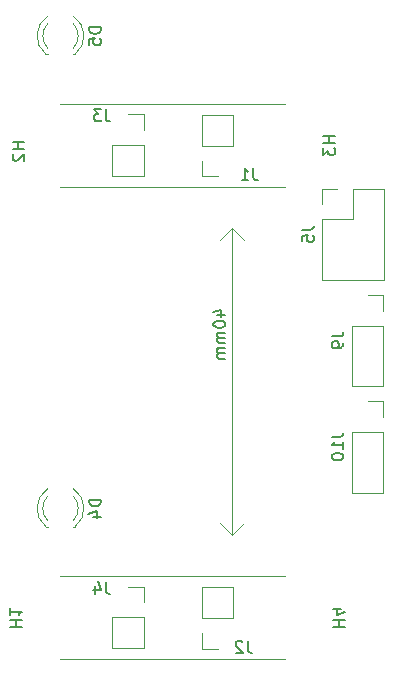
<source format=gbo>
G04 #@! TF.GenerationSoftware,KiCad,Pcbnew,(5.99.0-492-g30da2b31e)*
G04 #@! TF.CreationDate,2019-12-10T20:32:50+01:00*
G04 #@! TF.ProjectId,gabel,67616265-6c2e-46b6-9963-61645f706362,rev?*
G04 #@! TF.SameCoordinates,Original*
G04 #@! TF.FileFunction,Legend,Bot*
G04 #@! TF.FilePolarity,Positive*
%FSLAX46Y46*%
G04 Gerber Fmt 4.6, Leading zero omitted, Abs format (unit mm)*
G04 Created by KiCad (PCBNEW (5.99.0-492-g30da2b31e)) date 2019-12-10 20:32:50*
%MOMM*%
%LPD*%
G04 APERTURE LIST*
%ADD10C,0.120000*%
%ADD11C,0.150000*%
%ADD12R,1.902000X1.902000*%
%ADD13C,1.902000*%
%ADD14R,1.802000X1.802000*%
%ADD15O,1.802000X1.802000*%
%ADD16C,3.302000*%
%ADD17C,5.702000*%
G04 APERTURE END LIST*
D10*
X62000000Y-136500000D02*
X43000000Y-136500000D01*
X43000000Y-129500000D02*
X62000000Y-129500000D01*
X43000000Y-96500000D02*
X62000000Y-96500000D01*
X62000000Y-89500000D02*
X43000000Y-89500000D01*
D11*
X56285714Y-107380952D02*
X56952380Y-107380952D01*
X55904761Y-107142857D02*
X56619047Y-106904761D01*
X56619047Y-107523809D01*
X55952380Y-108095238D02*
X55952380Y-108190476D01*
X56000000Y-108285714D01*
X56047619Y-108333333D01*
X56142857Y-108380952D01*
X56333333Y-108428571D01*
X56571428Y-108428571D01*
X56761904Y-108380952D01*
X56857142Y-108333333D01*
X56904761Y-108285714D01*
X56952380Y-108190476D01*
X56952380Y-108095238D01*
X56904761Y-108000000D01*
X56857142Y-107952380D01*
X56761904Y-107904761D01*
X56571428Y-107857142D01*
X56333333Y-107857142D01*
X56142857Y-107904761D01*
X56047619Y-107952380D01*
X56000000Y-108000000D01*
X55952380Y-108095238D01*
X56952380Y-108857142D02*
X56285714Y-108857142D01*
X56380952Y-108857142D02*
X56333333Y-108904761D01*
X56285714Y-109000000D01*
X56285714Y-109142857D01*
X56333333Y-109238095D01*
X56428571Y-109285714D01*
X56952380Y-109285714D01*
X56428571Y-109285714D02*
X56333333Y-109333333D01*
X56285714Y-109428571D01*
X56285714Y-109571428D01*
X56333333Y-109666666D01*
X56428571Y-109714285D01*
X56952380Y-109714285D01*
X56952380Y-110190476D02*
X56285714Y-110190476D01*
X56380952Y-110190476D02*
X56333333Y-110238095D01*
X56285714Y-110333333D01*
X56285714Y-110476190D01*
X56333333Y-110571428D01*
X56428571Y-110619047D01*
X56952380Y-110619047D01*
X56428571Y-110619047D02*
X56333333Y-110666666D01*
X56285714Y-110761904D01*
X56285714Y-110904761D01*
X56333333Y-111000000D01*
X56428571Y-111047619D01*
X56952380Y-111047619D01*
D10*
X57500000Y-100000000D02*
X56500000Y-101000000D01*
X58500000Y-101000000D02*
X57500000Y-100000000D01*
X57500000Y-100000000D02*
X58500000Y-101000000D01*
X56500000Y-125000000D02*
X57500000Y-126000000D01*
X57500000Y-126000000D02*
X58500000Y-125000000D01*
X57500000Y-100000000D02*
X57500000Y-126000000D01*
X44078608Y-82057665D02*
G75*
G02X44235516Y-85290000I-1078608J-1672335D01*
G01*
X41921392Y-82057665D02*
G75*
G03X41764484Y-85290000I1078608J-1672335D01*
G01*
X44079837Y-82688870D02*
G75*
G02X44080000Y-84770961I-1079837J-1041130D01*
G01*
X41920163Y-82688870D02*
G75*
G03X41920000Y-84770961I1079837J-1041130D01*
G01*
X44236000Y-85290000D02*
X44080000Y-85290000D01*
X41920000Y-85290000D02*
X41764000Y-85290000D01*
X44078608Y-122057665D02*
G75*
G02X44235516Y-125290000I-1078608J-1672335D01*
G01*
X41921392Y-122057665D02*
G75*
G03X41764484Y-125290000I1078608J-1672335D01*
G01*
X44079837Y-122688870D02*
G75*
G02X44080000Y-124770961I-1079837J-1041130D01*
G01*
X41920163Y-122688870D02*
G75*
G03X41920000Y-124770961I1079837J-1041130D01*
G01*
X44236000Y-125290000D02*
X44080000Y-125290000D01*
X41920000Y-125290000D02*
X41764000Y-125290000D01*
X70330000Y-117270000D02*
X70330000Y-122410000D01*
X70330000Y-122410000D02*
X67670000Y-122410000D01*
X67670000Y-122410000D02*
X67670000Y-117270000D01*
X67670000Y-117270000D02*
X70330000Y-117270000D01*
X70330000Y-116000000D02*
X70330000Y-114670000D01*
X70330000Y-114670000D02*
X69000000Y-114670000D01*
X70330000Y-108270000D02*
X70330000Y-113410000D01*
X70330000Y-113410000D02*
X67670000Y-113410000D01*
X67670000Y-113410000D02*
X67670000Y-108270000D01*
X67670000Y-108270000D02*
X70330000Y-108270000D01*
X70330000Y-107000000D02*
X70330000Y-105670000D01*
X70330000Y-105670000D02*
X69000000Y-105670000D01*
X65170000Y-99270000D02*
X65170000Y-104410000D01*
X65170000Y-104410000D02*
X70370000Y-104410000D01*
X70370000Y-104410000D02*
X70370000Y-96670000D01*
X70370000Y-96670000D02*
X67770000Y-96670000D01*
X67770000Y-96670000D02*
X67770000Y-99270000D01*
X67770000Y-99270000D02*
X65170000Y-99270000D01*
X65170000Y-98000000D02*
X65170000Y-96670000D01*
X65170000Y-96670000D02*
X66440000Y-96670000D01*
X50030000Y-132969998D02*
X50030000Y-135569998D01*
X50030000Y-135569998D02*
X47370000Y-135569998D01*
X47370000Y-135569998D02*
X47370000Y-132969998D01*
X47370000Y-132969998D02*
X50030000Y-132969998D01*
X50030000Y-131699998D02*
X50030000Y-130369998D01*
X50030000Y-130369998D02*
X48700000Y-130369998D01*
X50030000Y-92970000D02*
X50030000Y-95570000D01*
X50030000Y-95570000D02*
X47370000Y-95570000D01*
X47370000Y-95570000D02*
X47370000Y-92970000D01*
X47370000Y-92970000D02*
X50030000Y-92970000D01*
X50030000Y-91700000D02*
X50030000Y-90370000D01*
X50030000Y-90370000D02*
X48700000Y-90370000D01*
X54970000Y-133029998D02*
X54970000Y-130429998D01*
X54970000Y-130429998D02*
X57630000Y-130429998D01*
X57630000Y-130429998D02*
X57630000Y-133029998D01*
X57630000Y-133029998D02*
X54970000Y-133029998D01*
X54970000Y-134299998D02*
X54970000Y-135629998D01*
X54970000Y-135629998D02*
X56300000Y-135629998D01*
X54970000Y-93030000D02*
X54970000Y-90430000D01*
X54970000Y-90430000D02*
X57630000Y-90430000D01*
X57630000Y-90430000D02*
X57630000Y-93030000D01*
X57630000Y-93030000D02*
X54970000Y-93030000D01*
X54970000Y-94300000D02*
X54970000Y-95630000D01*
X54970000Y-95630000D02*
X56300000Y-95630000D01*
D11*
X46412380Y-82991904D02*
X45412380Y-82991904D01*
X45412380Y-83230000D01*
X45460000Y-83372857D01*
X45555238Y-83468095D01*
X45650476Y-83515714D01*
X45840952Y-83563333D01*
X45983809Y-83563333D01*
X46174285Y-83515714D01*
X46269523Y-83468095D01*
X46364761Y-83372857D01*
X46412380Y-83230000D01*
X46412380Y-82991904D01*
X45412380Y-84468095D02*
X45412380Y-83991904D01*
X45888571Y-83944285D01*
X45840952Y-83991904D01*
X45793333Y-84087142D01*
X45793333Y-84325238D01*
X45840952Y-84420476D01*
X45888571Y-84468095D01*
X45983809Y-84515714D01*
X46221904Y-84515714D01*
X46317142Y-84468095D01*
X46364761Y-84420476D01*
X46412380Y-84325238D01*
X46412380Y-84087142D01*
X46364761Y-83991904D01*
X46317142Y-83944285D01*
X46412380Y-122991904D02*
X45412380Y-122991904D01*
X45412380Y-123230000D01*
X45460000Y-123372857D01*
X45555238Y-123468095D01*
X45650476Y-123515714D01*
X45840952Y-123563333D01*
X45983809Y-123563333D01*
X46174285Y-123515714D01*
X46269523Y-123468095D01*
X46364761Y-123372857D01*
X46412380Y-123230000D01*
X46412380Y-122991904D01*
X45745714Y-124420476D02*
X46412380Y-124420476D01*
X45364761Y-124182380D02*
X46079047Y-123944285D01*
X46079047Y-124563333D01*
X65952380Y-117690476D02*
X66666666Y-117690476D01*
X66809523Y-117642857D01*
X66904761Y-117547619D01*
X66952380Y-117404761D01*
X66952380Y-117309523D01*
X66952380Y-118690476D02*
X66952380Y-118119047D01*
X66952380Y-118404761D02*
X65952380Y-118404761D01*
X66095238Y-118309523D01*
X66190476Y-118214285D01*
X66238095Y-118119047D01*
X65952380Y-119309523D02*
X65952380Y-119404761D01*
X66000000Y-119500000D01*
X66047619Y-119547619D01*
X66142857Y-119595238D01*
X66333333Y-119642857D01*
X66571428Y-119642857D01*
X66761904Y-119595238D01*
X66857142Y-119547619D01*
X66904761Y-119500000D01*
X66952380Y-119404761D01*
X66952380Y-119309523D01*
X66904761Y-119214285D01*
X66857142Y-119166666D01*
X66761904Y-119119047D01*
X66571428Y-119071428D01*
X66333333Y-119071428D01*
X66142857Y-119119047D01*
X66047619Y-119166666D01*
X66000000Y-119214285D01*
X65952380Y-119309523D01*
X65952380Y-109166666D02*
X66666666Y-109166666D01*
X66809523Y-109119047D01*
X66904761Y-109023809D01*
X66952380Y-108880952D01*
X66952380Y-108785714D01*
X66952380Y-109690476D02*
X66952380Y-109880952D01*
X66904761Y-109976190D01*
X66857142Y-110023809D01*
X66714285Y-110119047D01*
X66523809Y-110166666D01*
X66142857Y-110166666D01*
X66047619Y-110119047D01*
X66000000Y-110071428D01*
X65952380Y-109976190D01*
X65952380Y-109785714D01*
X66000000Y-109690476D01*
X66047619Y-109642857D01*
X66142857Y-109595238D01*
X66380952Y-109595238D01*
X66476190Y-109642857D01*
X66523809Y-109690476D01*
X66571428Y-109785714D01*
X66571428Y-109976190D01*
X66523809Y-110071428D01*
X66476190Y-110119047D01*
X66380952Y-110166666D01*
X63452380Y-100166666D02*
X64166666Y-100166666D01*
X64309523Y-100119047D01*
X64404761Y-100023809D01*
X64452380Y-99880952D01*
X64452380Y-99785714D01*
X63452380Y-101119047D02*
X63452380Y-100642857D01*
X63928571Y-100595238D01*
X63880952Y-100642857D01*
X63833333Y-100738095D01*
X63833333Y-100976190D01*
X63880952Y-101071428D01*
X63928571Y-101119047D01*
X64023809Y-101166666D01*
X64261904Y-101166666D01*
X64357142Y-101119047D01*
X64404761Y-101071428D01*
X64452380Y-100976190D01*
X64452380Y-100738095D01*
X64404761Y-100642857D01*
X64357142Y-100595238D01*
X46833333Y-129952380D02*
X46833333Y-130666666D01*
X46880952Y-130809523D01*
X46976190Y-130904761D01*
X47119047Y-130952380D01*
X47214285Y-130952380D01*
X45928571Y-130285714D02*
X45928571Y-130952380D01*
X46166666Y-129904761D02*
X46404761Y-130619047D01*
X45785714Y-130619047D01*
X46833333Y-89952380D02*
X46833333Y-90666666D01*
X46880952Y-90809523D01*
X46976190Y-90904761D01*
X47119047Y-90952380D01*
X47214285Y-90952380D01*
X46452380Y-89952380D02*
X45833333Y-89952380D01*
X46166666Y-90333333D01*
X46023809Y-90333333D01*
X45928571Y-90380952D01*
X45880952Y-90428571D01*
X45833333Y-90523809D01*
X45833333Y-90761904D01*
X45880952Y-90857142D01*
X45928571Y-90904761D01*
X46023809Y-90952380D01*
X46309523Y-90952380D01*
X46404761Y-90904761D01*
X46452380Y-90857142D01*
X58833333Y-134952380D02*
X58833333Y-135666666D01*
X58880952Y-135809523D01*
X58976190Y-135904761D01*
X59119047Y-135952380D01*
X59214285Y-135952380D01*
X58404761Y-135047619D02*
X58357142Y-135000000D01*
X58261904Y-134952380D01*
X58023809Y-134952380D01*
X57928571Y-135000000D01*
X57880952Y-135047619D01*
X57833333Y-135142857D01*
X57833333Y-135238095D01*
X57880952Y-135380952D01*
X58452380Y-135952380D01*
X57833333Y-135952380D01*
X59333333Y-94952380D02*
X59333333Y-95666666D01*
X59380952Y-95809523D01*
X59476190Y-95904761D01*
X59619047Y-95952380D01*
X59714285Y-95952380D01*
X58333333Y-95952380D02*
X58904761Y-95952380D01*
X58619047Y-95952380D02*
X58619047Y-94952380D01*
X58714285Y-95095238D01*
X58809523Y-95190476D01*
X58904761Y-95238095D01*
X66047619Y-133761904D02*
X67047619Y-133761904D01*
X66571428Y-133761904D02*
X66571428Y-133190476D01*
X66047619Y-133190476D02*
X67047619Y-133190476D01*
X66714285Y-132285714D02*
X66047619Y-132285714D01*
X67095238Y-132523809D02*
X66380952Y-132761904D01*
X66380952Y-132142857D01*
X66252380Y-92238095D02*
X65252380Y-92238095D01*
X65728571Y-92238095D02*
X65728571Y-92809523D01*
X66252380Y-92809523D02*
X65252380Y-92809523D01*
X65252380Y-93190476D02*
X65252380Y-93809523D01*
X65633333Y-93476190D01*
X65633333Y-93619047D01*
X65680952Y-93714285D01*
X65728571Y-93761904D01*
X65823809Y-93809523D01*
X66061904Y-93809523D01*
X66157142Y-93761904D01*
X66204761Y-93714285D01*
X66252380Y-93619047D01*
X66252380Y-93333333D01*
X66204761Y-93238095D01*
X66157142Y-93190476D01*
X39952380Y-92738095D02*
X38952380Y-92738095D01*
X39428571Y-92738095D02*
X39428571Y-93309523D01*
X39952380Y-93309523D02*
X38952380Y-93309523D01*
X39047619Y-93738095D02*
X39000000Y-93785714D01*
X38952380Y-93880952D01*
X38952380Y-94119047D01*
X39000000Y-94214285D01*
X39047619Y-94261904D01*
X39142857Y-94309523D01*
X39238095Y-94309523D01*
X39380952Y-94261904D01*
X39952380Y-93690476D01*
X39952380Y-94309523D01*
X38747619Y-133761902D02*
X39747619Y-133761902D01*
X39271428Y-133761902D02*
X39271428Y-133190474D01*
X38747619Y-133190474D02*
X39747619Y-133190474D01*
X38747619Y-132190474D02*
X38747619Y-132761902D01*
X38747619Y-132476188D02*
X39747619Y-132476188D01*
X39604761Y-132571426D01*
X39509523Y-132666664D01*
X39461904Y-132761902D01*
%LPC*%
D12*
X43000000Y-85000000D03*
D13*
X43000000Y-82460000D03*
D12*
X43000000Y-125000000D03*
D13*
X43000000Y-122460000D03*
D14*
X69000000Y-116000000D03*
D15*
X69000000Y-118540000D03*
X69000000Y-121080000D03*
D14*
X69000000Y-107000000D03*
D15*
X69000000Y-109540000D03*
X69000000Y-112080000D03*
D14*
X53500000Y-86500000D03*
D15*
X50960000Y-86500000D03*
X48420000Y-86500000D03*
D14*
X68000000Y-85040000D03*
D15*
X68000000Y-82500000D03*
D14*
X66500000Y-98000000D03*
D15*
X69040000Y-98000000D03*
X66500000Y-100540000D03*
X69040000Y-100540000D03*
X66500000Y-103080000D03*
X69040000Y-103080000D03*
D14*
X48700000Y-131699998D03*
D15*
X48700000Y-134239998D03*
D14*
X48700000Y-91700000D03*
D15*
X48700000Y-94240000D03*
D14*
X56300000Y-134299998D03*
D15*
X56300000Y-131759998D03*
D14*
X56300000Y-94300000D03*
D15*
X56300000Y-91760000D03*
D16*
X41500000Y-76500000D03*
X67500000Y-141500000D03*
X67500000Y-76500000D03*
X41500000Y-141500000D03*
D17*
X62000000Y-132999998D03*
X62000000Y-93000000D03*
X43000000Y-93000000D03*
X43000000Y-132999998D03*
M02*

</source>
